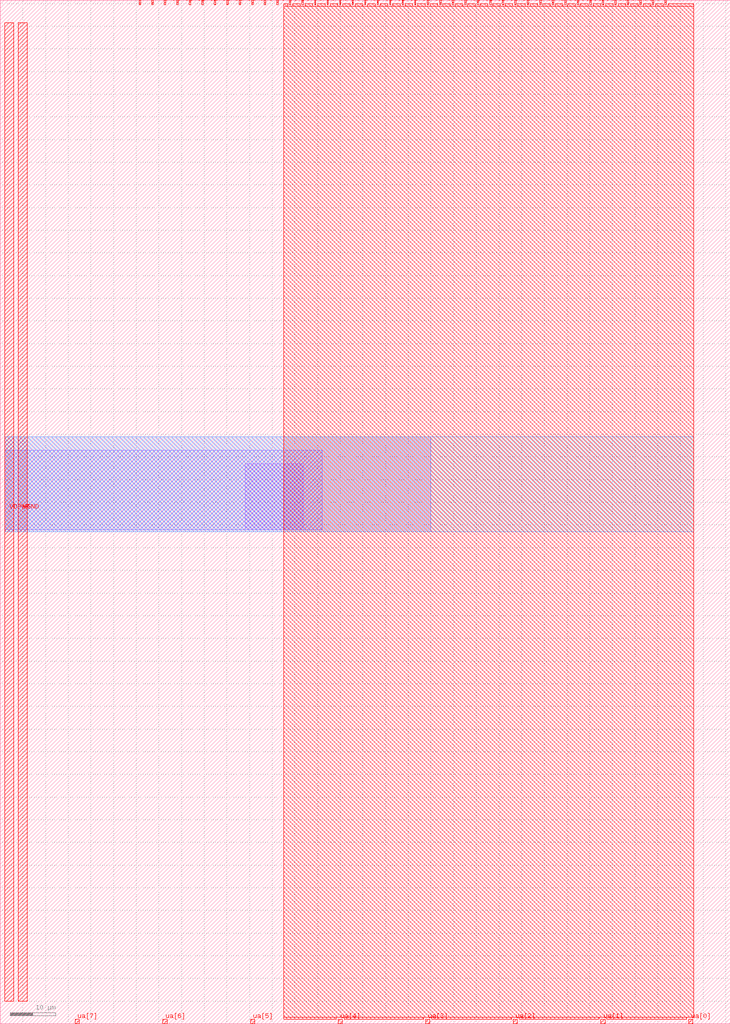
<source format=lef>
VERSION 5.7 ;
  NOWIREEXTENSIONATPIN ON ;
  DIVIDERCHAR "/" ;
  BUSBITCHARS "[]" ;
MACRO tt_um_couchand_analog_switch
  CLASS BLOCK ;
  FOREIGN tt_um_couchand_analog_switch ;
  ORIGIN 0.000 0.000 ;
  SIZE 161.000 BY 225.760 ;
  PIN clk
    DIRECTION INPUT ;
    USE SIGNAL ;
    PORT
      LAYER met4 ;
        RECT 143.830 224.760 144.130 225.760 ;
    END
  END clk
  PIN ena
    DIRECTION INPUT ;
    USE SIGNAL ;
    PORT
      LAYER met4 ;
        RECT 146.590 224.760 146.890 225.760 ;
    END
  END ena
  PIN rst_n
    DIRECTION INPUT ;
    USE SIGNAL ;
    PORT
      LAYER met4 ;
        RECT 141.070 224.760 141.370 225.760 ;
    END
  END rst_n
  PIN ua[0]
    DIRECTION INOUT ;
    USE SIGNAL ;
    ANTENNADIFFAREA 2.088000 ;
    PORT
      LAYER met4 ;
        RECT 151.810 0.000 152.710 1.000 ;
    END
  END ua[0]
  PIN ua[1]
    DIRECTION INOUT ;
    USE SIGNAL ;
    ANTENNADIFFAREA 4.176000 ;
    PORT
      LAYER met4 ;
        RECT 132.490 0.000 133.390 1.000 ;
    END
  END ua[1]
  PIN ua[2]
    DIRECTION INOUT ;
    USE SIGNAL ;
    PORT
      LAYER met4 ;
        RECT 113.170 0.000 114.070 1.000 ;
    END
  END ua[2]
  PIN ua[3]
    DIRECTION INOUT ;
    USE SIGNAL ;
    PORT
      LAYER met4 ;
        RECT 93.850 0.000 94.750 1.000 ;
    END
  END ua[3]
  PIN ua[4]
    DIRECTION INOUT ;
    USE SIGNAL ;
    PORT
      LAYER met4 ;
        RECT 74.530 0.000 75.430 1.000 ;
    END
  END ua[4]
  PIN ua[5]
    DIRECTION INOUT ;
    USE SIGNAL ;
    PORT
      LAYER met4 ;
        RECT 55.210 0.000 56.110 1.000 ;
    END
  END ua[5]
  PIN ua[6]
    DIRECTION INOUT ;
    USE SIGNAL ;
    PORT
      LAYER met4 ;
        RECT 35.890 0.000 36.790 1.000 ;
    END
  END ua[6]
  PIN ua[7]
    DIRECTION INOUT ;
    USE SIGNAL ;
    PORT
      LAYER met4 ;
        RECT 16.570 0.000 17.470 1.000 ;
    END
  END ua[7]
  PIN ui_in[0]
    DIRECTION INPUT ;
    USE SIGNAL ;
    ANTENNAGATEAREA 7.776000 ;
    PORT
      LAYER met4 ;
        RECT 138.310 224.760 138.610 225.760 ;
    END
  END ui_in[0]
  PIN ui_in[1]
    DIRECTION INPUT ;
    USE SIGNAL ;
    PORT
      LAYER met4 ;
        RECT 135.550 224.760 135.850 225.760 ;
    END
  END ui_in[1]
  PIN ui_in[2]
    DIRECTION INPUT ;
    USE SIGNAL ;
    PORT
      LAYER met4 ;
        RECT 132.790 224.760 133.090 225.760 ;
    END
  END ui_in[2]
  PIN ui_in[3]
    DIRECTION INPUT ;
    USE SIGNAL ;
    PORT
      LAYER met4 ;
        RECT 130.030 224.760 130.330 225.760 ;
    END
  END ui_in[3]
  PIN ui_in[4]
    DIRECTION INPUT ;
    USE SIGNAL ;
    PORT
      LAYER met4 ;
        RECT 127.270 224.760 127.570 225.760 ;
    END
  END ui_in[4]
  PIN ui_in[5]
    DIRECTION INPUT ;
    USE SIGNAL ;
    PORT
      LAYER met4 ;
        RECT 124.510 224.760 124.810 225.760 ;
    END
  END ui_in[5]
  PIN ui_in[6]
    DIRECTION INPUT ;
    USE SIGNAL ;
    PORT
      LAYER met4 ;
        RECT 121.750 224.760 122.050 225.760 ;
    END
  END ui_in[6]
  PIN ui_in[7]
    DIRECTION INPUT ;
    USE SIGNAL ;
    PORT
      LAYER met4 ;
        RECT 118.990 224.760 119.290 225.760 ;
    END
  END ui_in[7]
  PIN uio_in[0]
    DIRECTION INPUT ;
    USE SIGNAL ;
    PORT
      LAYER met4 ;
        RECT 116.230 224.760 116.530 225.760 ;
    END
  END uio_in[0]
  PIN uio_in[1]
    DIRECTION INPUT ;
    USE SIGNAL ;
    PORT
      LAYER met4 ;
        RECT 113.470 224.760 113.770 225.760 ;
    END
  END uio_in[1]
  PIN uio_in[2]
    DIRECTION INPUT ;
    USE SIGNAL ;
    PORT
      LAYER met4 ;
        RECT 110.710 224.760 111.010 225.760 ;
    END
  END uio_in[2]
  PIN uio_in[3]
    DIRECTION INPUT ;
    USE SIGNAL ;
    PORT
      LAYER met4 ;
        RECT 107.950 224.760 108.250 225.760 ;
    END
  END uio_in[3]
  PIN uio_in[4]
    DIRECTION INPUT ;
    USE SIGNAL ;
    PORT
      LAYER met4 ;
        RECT 105.190 224.760 105.490 225.760 ;
    END
  END uio_in[4]
  PIN uio_in[5]
    DIRECTION INPUT ;
    USE SIGNAL ;
    PORT
      LAYER met4 ;
        RECT 102.430 224.760 102.730 225.760 ;
    END
  END uio_in[5]
  PIN uio_in[6]
    DIRECTION INPUT ;
    USE SIGNAL ;
    PORT
      LAYER met4 ;
        RECT 99.670 224.760 99.970 225.760 ;
    END
  END uio_in[6]
  PIN uio_in[7]
    DIRECTION INPUT ;
    USE SIGNAL ;
    PORT
      LAYER met4 ;
        RECT 96.910 224.760 97.210 225.760 ;
    END
  END uio_in[7]
  PIN uio_oe[0]
    DIRECTION OUTPUT TRISTATE ;
    USE SIGNAL ;
    PORT
      LAYER met4 ;
        RECT 49.990 224.760 50.290 225.760 ;
    END
  END uio_oe[0]
  PIN uio_oe[1]
    DIRECTION OUTPUT TRISTATE ;
    USE SIGNAL ;
    PORT
      LAYER met4 ;
        RECT 47.230 224.760 47.530 225.760 ;
    END
  END uio_oe[1]
  PIN uio_oe[2]
    DIRECTION OUTPUT TRISTATE ;
    USE SIGNAL ;
    PORT
      LAYER met4 ;
        RECT 44.470 224.760 44.770 225.760 ;
    END
  END uio_oe[2]
  PIN uio_oe[3]
    DIRECTION OUTPUT TRISTATE ;
    USE SIGNAL ;
    PORT
      LAYER met4 ;
        RECT 41.710 224.760 42.010 225.760 ;
    END
  END uio_oe[3]
  PIN uio_oe[4]
    DIRECTION OUTPUT TRISTATE ;
    USE SIGNAL ;
    PORT
      LAYER met4 ;
        RECT 38.950 224.760 39.250 225.760 ;
    END
  END uio_oe[4]
  PIN uio_oe[5]
    DIRECTION OUTPUT TRISTATE ;
    USE SIGNAL ;
    PORT
      LAYER met4 ;
        RECT 36.190 224.760 36.490 225.760 ;
    END
  END uio_oe[5]
  PIN uio_oe[6]
    DIRECTION OUTPUT TRISTATE ;
    USE SIGNAL ;
    PORT
      LAYER met4 ;
        RECT 33.430 224.760 33.730 225.760 ;
    END
  END uio_oe[6]
  PIN uio_oe[7]
    DIRECTION OUTPUT TRISTATE ;
    USE SIGNAL ;
    PORT
      LAYER met4 ;
        RECT 30.670 224.760 30.970 225.760 ;
    END
  END uio_oe[7]
  PIN uio_out[0]
    DIRECTION OUTPUT TRISTATE ;
    USE SIGNAL ;
    PORT
      LAYER met4 ;
        RECT 72.070 224.760 72.370 225.760 ;
    END
  END uio_out[0]
  PIN uio_out[1]
    DIRECTION OUTPUT TRISTATE ;
    USE SIGNAL ;
    PORT
      LAYER met4 ;
        RECT 69.310 224.760 69.610 225.760 ;
    END
  END uio_out[1]
  PIN uio_out[2]
    DIRECTION OUTPUT TRISTATE ;
    USE SIGNAL ;
    PORT
      LAYER met4 ;
        RECT 66.550 224.760 66.850 225.760 ;
    END
  END uio_out[2]
  PIN uio_out[3]
    DIRECTION OUTPUT TRISTATE ;
    USE SIGNAL ;
    PORT
      LAYER met4 ;
        RECT 63.790 224.760 64.090 225.760 ;
    END
  END uio_out[3]
  PIN uio_out[4]
    DIRECTION OUTPUT TRISTATE ;
    USE SIGNAL ;
    PORT
      LAYER met4 ;
        RECT 61.030 224.760 61.330 225.760 ;
    END
  END uio_out[4]
  PIN uio_out[5]
    DIRECTION OUTPUT TRISTATE ;
    USE SIGNAL ;
    PORT
      LAYER met4 ;
        RECT 58.270 224.760 58.570 225.760 ;
    END
  END uio_out[5]
  PIN uio_out[6]
    DIRECTION OUTPUT TRISTATE ;
    USE SIGNAL ;
    PORT
      LAYER met4 ;
        RECT 55.510 224.760 55.810 225.760 ;
    END
  END uio_out[6]
  PIN uio_out[7]
    DIRECTION OUTPUT TRISTATE ;
    USE SIGNAL ;
    PORT
      LAYER met4 ;
        RECT 52.750 224.760 53.050 225.760 ;
    END
  END uio_out[7]
  PIN uo_out[0]
    DIRECTION OUTPUT TRISTATE ;
    USE SIGNAL ;
    ANTENNAGATEAREA 7.776000 ;
    PORT
      LAYER met4 ;
        RECT 94.150 224.760 94.450 225.760 ;
    END
  END uo_out[0]
  PIN uo_out[1]
    DIRECTION OUTPUT TRISTATE ;
    USE SIGNAL ;
    PORT
      LAYER met4 ;
        RECT 91.390 224.760 91.690 225.760 ;
    END
  END uo_out[1]
  PIN uo_out[2]
    DIRECTION OUTPUT TRISTATE ;
    USE SIGNAL ;
    PORT
      LAYER met4 ;
        RECT 88.630 224.760 88.930 225.760 ;
    END
  END uo_out[2]
  PIN uo_out[3]
    DIRECTION OUTPUT TRISTATE ;
    USE SIGNAL ;
    PORT
      LAYER met4 ;
        RECT 85.870 224.760 86.170 225.760 ;
    END
  END uo_out[3]
  PIN uo_out[4]
    DIRECTION OUTPUT TRISTATE ;
    USE SIGNAL ;
    PORT
      LAYER met4 ;
        RECT 83.110 224.760 83.410 225.760 ;
    END
  END uo_out[4]
  PIN uo_out[5]
    DIRECTION OUTPUT TRISTATE ;
    USE SIGNAL ;
    PORT
      LAYER met4 ;
        RECT 80.350 224.760 80.650 225.760 ;
    END
  END uo_out[5]
  PIN uo_out[6]
    DIRECTION OUTPUT TRISTATE ;
    USE SIGNAL ;
    PORT
      LAYER met4 ;
        RECT 77.590 224.760 77.890 225.760 ;
    END
  END uo_out[6]
  PIN uo_out[7]
    DIRECTION OUTPUT TRISTATE ;
    USE SIGNAL ;
    PORT
      LAYER met4 ;
        RECT 74.830 224.760 75.130 225.760 ;
    END
  END uo_out[7]
  PIN VDPWR
    DIRECTION INOUT ;
    USE POWER ;
    PORT
      LAYER met4 ;
        RECT 1.000 5.000 3.000 220.760 ;
    END
  END VDPWR
  PIN VGND
    DIRECTION INOUT ;
    USE GROUND ;
    PORT
      LAYER met4 ;
        RECT 4.000 5.000 6.000 220.760 ;
    END
  END VGND
  OBS
      LAYER li1 ;
        RECT 54.000 109.000 66.790 123.500 ;
      LAYER met1 ;
        RECT 1.000 109.000 71.000 126.500 ;
      LAYER met2 ;
        RECT 1.000 108.500 95.000 129.500 ;
      LAYER met3 ;
        RECT 1.000 108.500 153.000 129.500 ;
      LAYER met4 ;
        RECT 62.500 224.360 63.390 225.000 ;
        RECT 64.490 224.360 66.150 225.000 ;
        RECT 67.250 224.360 68.910 225.000 ;
        RECT 70.010 224.360 71.670 225.000 ;
        RECT 72.770 224.360 74.430 225.000 ;
        RECT 75.530 224.360 77.190 225.000 ;
        RECT 78.290 224.360 79.950 225.000 ;
        RECT 81.050 224.360 82.710 225.000 ;
        RECT 83.810 224.360 85.470 225.000 ;
        RECT 86.570 224.360 88.230 225.000 ;
        RECT 89.330 224.360 90.990 225.000 ;
        RECT 92.090 224.360 93.750 225.000 ;
        RECT 94.850 224.360 96.510 225.000 ;
        RECT 97.610 224.360 99.270 225.000 ;
        RECT 100.370 224.360 102.030 225.000 ;
        RECT 103.130 224.360 104.790 225.000 ;
        RECT 105.890 224.360 107.550 225.000 ;
        RECT 108.650 224.360 110.310 225.000 ;
        RECT 111.410 224.360 113.070 225.000 ;
        RECT 114.170 224.360 115.830 225.000 ;
        RECT 116.930 224.360 118.590 225.000 ;
        RECT 119.690 224.360 121.350 225.000 ;
        RECT 122.450 224.360 124.110 225.000 ;
        RECT 125.210 224.360 126.870 225.000 ;
        RECT 127.970 224.360 129.630 225.000 ;
        RECT 130.730 224.360 132.390 225.000 ;
        RECT 133.490 224.360 135.150 225.000 ;
        RECT 136.250 224.360 137.910 225.000 ;
        RECT 139.010 224.360 140.670 225.000 ;
        RECT 141.770 224.360 143.430 225.000 ;
        RECT 144.530 224.360 146.190 225.000 ;
        RECT 147.290 224.360 153.000 225.000 ;
        RECT 62.500 1.400 153.000 224.360 ;
        RECT 62.500 1.000 74.130 1.400 ;
        RECT 75.830 1.000 93.450 1.400 ;
        RECT 95.150 1.000 112.770 1.400 ;
        RECT 114.470 1.000 132.090 1.400 ;
        RECT 133.790 1.000 151.410 1.400 ;
  END
END tt_um_couchand_analog_switch
END LIBRARY


</source>
